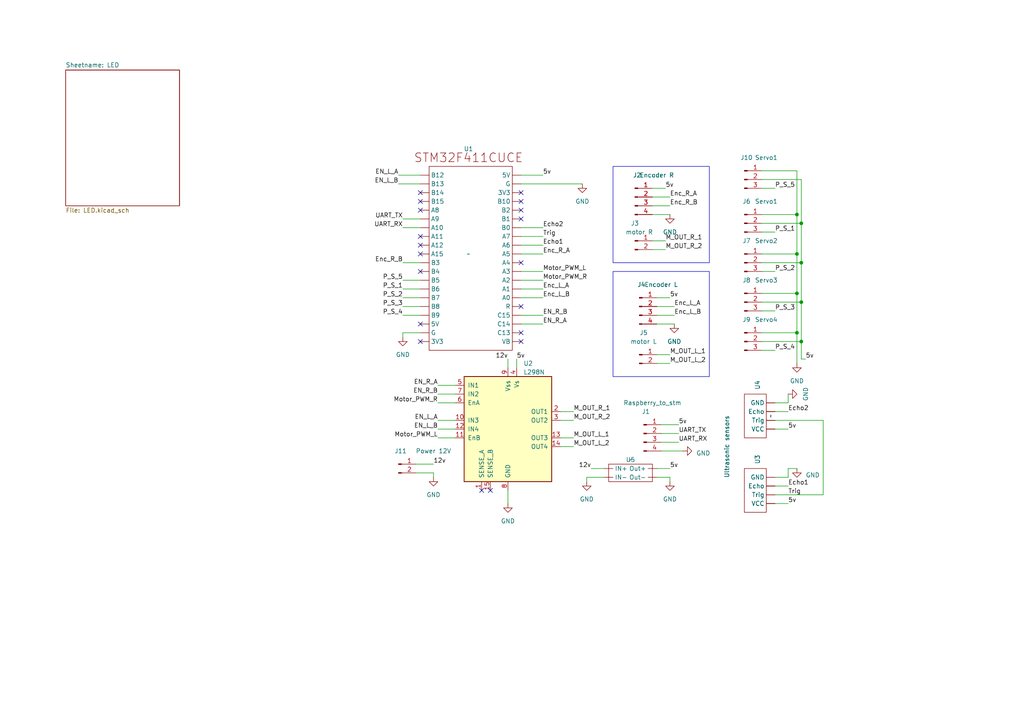
<source format=kicad_sch>
(kicad_sch (version 20230121) (generator eeschema)
  (paper "A4")
  (lib_symbols
    (symbol "Connector:Conn_01x02_Pin" (pin_names (offset 1.016) hide)
      (property "Reference" "J" (at 0 2.54 0))
      (property "Value" "Conn_01x02_Pin" (at 0 -5.08 0))
      (symbol "Conn_01x02_Pin_1_1"
        (polyline (pts (xy 1.27 -2.54) (xy 0.8636 -2.54)) (stroke (width 0.1524)))
        (polyline (pts (xy 1.27 0) (xy 0.8636 0)) (stroke (width 0.1524)))
        (rectangle (start 0.8636 -2.413) (end 0 -2.667) (stroke (width 0.1524)) (fill (type outline)))
        (rectangle (start 0.8636 0.127) (end 0 -0.127) (stroke (width 0.1524)) (fill (type outline)))
        (pin passive line (at 5.08 0 180) (length 3.81) (name "Pin_1") (number "1"))
        (pin passive line (at 5.08 -2.54 180) (length 3.81) (name "Pin_2") (number "2"))
      )
    )
    (symbol "Connector:Conn_01x03_Pin" (pin_names (offset 1.016) hide)
      (property "Reference" "J" (at 0 5.08 0))
      (property "Value" "Conn_01x03_Pin" (at 0 -5.08 0))
      (symbol "Conn_01x03_Pin_1_1"
        (polyline (pts (xy 1.27 -2.54) (xy 0.8636 -2.54)) (stroke (width 0.1524)))
        (polyline (pts (xy 1.27 0) (xy 0.8636 0)) (stroke (width 0.1524)))
        (polyline (pts (xy 1.27 2.54) (xy 0.8636 2.54)) (stroke (width 0.1524)))
        (rectangle (start 0.8636 -2.413) (end 0 -2.667) (stroke (width 0.1524)) (fill (type outline)))
        (rectangle (start 0.8636 0.127) (end 0 -0.127) (stroke (width 0.1524)) (fill (type outline)))
        (rectangle (start 0.8636 2.667) (end 0 2.413) (stroke (width 0.1524)) (fill (type outline)))
        (pin passive line (at 5.08 2.54 180) (length 3.81) (name "Pin_1") (number "1"))
        (pin passive line (at 5.08 0 180) (length 3.81) (name "Pin_2") (number "2"))
        (pin passive line (at 5.08 -2.54 180) (length 3.81) (name "Pin_3") (number "3"))
      )
    )
    (symbol "Connector:Conn_01x04_Pin" (pin_names (offset 1.016) hide)
      (property "Reference" "J" (at 0 5.08 0))
      (property "Value" "Conn_01x04_Pin" (at 0 -7.62 0))
      (symbol "Conn_01x04_Pin_1_1"
        (polyline (pts (xy 1.27 -5.08) (xy 0.8636 -5.08)) (stroke (width 0.1524)))
        (polyline (pts (xy 1.27 -2.54) (xy 0.8636 -2.54)) (stroke (width 0.1524)))
        (polyline (pts (xy 1.27 0) (xy 0.8636 0)) (stroke (width 0.1524)))
        (polyline (pts (xy 1.27 2.54) (xy 0.8636 2.54)) (stroke (width 0.1524)))
        (rectangle (start 0.8636 -4.953) (end 0 -5.207) (stroke (width 0.1524)) (fill (type outline)))
        (rectangle (start 0.8636 -2.413) (end 0 -2.667) (stroke (width 0.1524)) (fill (type outline)))
        (rectangle (start 0.8636 0.127) (end 0 -0.127) (stroke (width 0.1524)) (fill (type outline)))
        (rectangle (start 0.8636 2.667) (end 0 2.413) (stroke (width 0.1524)) (fill (type outline)))
        (pin passive line (at 5.08 2.54 180) (length 3.81) (name "Pin_1") (number "1"))
        (pin passive line (at 5.08 0 180) (length 3.81) (name "Pin_2") (number "2"))
        (pin passive line (at 5.08 -2.54 180) (length 3.81) (name "Pin_3") (number "3"))
        (pin passive line (at 5.08 -5.08 180) (length 3.81) (name "Pin_4") (number "4"))
      )
    )
    (symbol "Driver_Motor:L298N" (pin_names (offset 1.016))
      (property "Reference" "U" (at -10.16 16.51 0))
      (property "Value" "L298N" (at 12.7 16.51 0))
      (symbol "L298N_0_1"
        (rectangle (start -12.7 15.24) (end 12.7 -15.24) (stroke (width 0.254)) (fill (type background)))
      )
      (symbol "L298N_1_1"
        (pin power_in line (at -7.62 -17.78 90) (length 2.54) (name "SENSE_A") (number "1"))
        (pin input line (at -15.24 2.54 0) (length 2.54) (name "IN3") (number "10"))
        (pin input line (at -15.24 -2.54 0) (length 2.54) (name "EnB") (number "11"))
        (pin input line (at -15.24 0 0) (length 2.54) (name "IN4") (number "12"))
        (pin output line (at 15.24 -2.54 180) (length 2.54) (name "OUT3") (number "13"))
        (pin output line (at 15.24 -5.08 180) (length 2.54) (name "OUT4") (number "14"))
        (pin power_in line (at -5.08 -17.78 90) (length 2.54) (name "SENSE_B") (number "15"))
        (pin output line (at 15.24 5.08 180) (length 2.54) (name "OUT1") (number "2"))
        (pin output line (at 15.24 2.54 180) (length 2.54) (name "OUT2") (number "3"))
        (pin power_in line (at 2.54 17.78 270) (length 2.54) (name "Vs") (number "4"))
        (pin input line (at -15.24 12.7 0) (length 2.54) (name "IN1") (number "5"))
        (pin input line (at -15.24 7.62 0) (length 2.54) (name "EnA") (number "6"))
        (pin input line (at -15.24 10.16 0) (length 2.54) (name "IN2") (number "7"))
        (pin power_in line (at 0 -17.78 90) (length 2.54) (name "GND") (number "8"))
        (pin power_in line (at 0 17.78 270) (length 2.54) (name "Vss") (number "9"))
      )
    )
    (symbol "USERS:BLACK_PILL_MY"
      (property "Reference" "U" (at 0 31.75 0))
      (symbol "BLACK_PILL_MY_0_1"
        (rectangle (start -11.43 25.4) (end 12.7 -27.94))
      )
      (symbol "BLACK_PILL_MY_1_1"
        (text "STM32F411CUCE" (at 0 27.94 0) (effects (font (size 2.54 2.54))))
        (pin bidirectional line (at -13.97 -25.4 0) (length 2.54) (name "3V3") (number ""))
        (pin bidirectional line (at 15.24 17.78 180) (length 2.54) (name "3V3") (number ""))
        (pin bidirectional line (at -13.97 -20.32 0) (length 2.54) (name "5V") (number ""))
        (pin bidirectional line (at 15.24 22.86 180) (length 2.54) (name "5V") (number ""))
        (pin bidirectional line (at 15.24 -12.7 180) (length 2.54) (name "A0") (number ""))
        (pin bidirectional line (at 15.24 -10.16 180) (length 2.54) (name "A1") (number ""))
        (pin bidirectional line (at -13.97 7.62 0) (length 2.54) (name "A10") (number ""))
        (pin bidirectional line (at -13.97 5.08 0) (length 2.54) (name "A11") (number ""))
        (pin bidirectional line (at -13.97 2.54 0) (length 2.54) (name "A12") (number ""))
        (pin bidirectional line (at -13.97 0 0) (length 2.54) (name "A15") (number ""))
        (pin bidirectional line (at 15.24 -7.62 180) (length 2.54) (name "A2") (number ""))
        (pin bidirectional line (at 15.24 -5.08 180) (length 2.54) (name "A3") (number ""))
        (pin bidirectional line (at 15.24 -2.54 180) (length 2.54) (name "A4") (number ""))
        (pin bidirectional line (at 15.24 0 180) (length 2.54) (name "A5") (number ""))
        (pin bidirectional line (at 15.24 2.54 180) (length 2.54) (name "A6") (number ""))
        (pin bidirectional line (at 15.24 5.08 180) (length 2.54) (name "A7") (number ""))
        (pin bidirectional line (at -13.97 12.7 0) (length 2.54) (name "A8") (number ""))
        (pin bidirectional line (at -13.97 10.16 0) (length 2.54) (name "A9") (number ""))
        (pin bidirectional line (at 15.24 7.62 180) (length 2.54) (name "B0") (number ""))
        (pin bidirectional line (at 15.24 10.16 180) (length 2.54) (name "B1") (number ""))
        (pin bidirectional line (at 15.24 15.24 180) (length 2.54) (name "B10") (number ""))
        (pin bidirectional line (at -13.97 22.86 0) (length 2.54) (name "B12") (number ""))
        (pin bidirectional line (at -13.97 20.32 0) (length 2.54) (name "B13") (number ""))
        (pin bidirectional line (at -13.97 17.78 0) (length 2.54) (name "B14") (number ""))
        (pin bidirectional line (at -13.97 15.24 0) (length 2.54) (name "B15") (number ""))
        (pin bidirectional line (at 15.24 12.7 180) (length 2.54) (name "B2") (number ""))
        (pin bidirectional line (at -13.97 -2.54 0) (length 2.54) (name "B3") (number ""))
        (pin bidirectional line (at -13.97 -5.08 0) (length 2.54) (name "B4") (number ""))
        (pin bidirectional line (at -13.97 -7.62 0) (length 2.54) (name "B5") (number ""))
        (pin bidirectional line (at -13.97 -10.16 0) (length 2.54) (name "B6") (number ""))
        (pin bidirectional line (at -13.97 -12.7 0) (length 2.54) (name "B7") (number ""))
        (pin bidirectional line (at -13.97 -15.24 0) (length 2.54) (name "B8") (number ""))
        (pin bidirectional line (at -13.97 -17.78 0) (length 2.54) (name "B9") (number ""))
        (pin bidirectional line (at 15.24 -22.86 180) (length 2.54) (name "C13") (number ""))
        (pin bidirectional line (at 15.24 -20.32 180) (length 2.54) (name "C14") (number ""))
        (pin bidirectional line (at 15.24 -17.78 180) (length 2.54) (name "C15") (number ""))
        (pin bidirectional line (at -13.97 -22.86 0) (length 2.54) (name "G") (number ""))
        (pin bidirectional line (at 15.24 20.32 180) (length 2.54) (name "G") (number ""))
        (pin bidirectional line (at 15.24 -15.24 180) (length 2.54) (name "R") (number ""))
        (pin bidirectional line (at 15.24 -25.4 180) (length 2.54) (name "VB") (number ""))
      )
    )
    (symbol "USERS:HC-SR04"
      (property "Reference" "U" (at 0 8.89 0))
      (symbol "HC-SR04_0_1"
        (rectangle (start 6.35 1.27) (end -6.35 7.62))
      )
      (symbol "HC-SR04_1_1"
        (pin input line (at 1.27 -1.27 90) (length 2.54) (name "Echo") (number ""))
        (pin power_in line (at 3.81 -1.27 90) (length 2.54) (name "GND") (number ""))
        (pin input line (at -1.27 -1.27 90) (length 2.54) (name "Trig") (number ""))
        (pin input line (at -3.81 -1.27 90) (length 2.54) (name "VCC") (number ""))
      )
    )
    (symbol "USERS:LM2896"
      (property "Reference" "U" (at 0 0 0))
      (symbol "LM2896_0_1"
        (rectangle (start -6.35 -1.27) (end 6.35 -6.35))
      )
      (symbol "LM2896_1_1"
        (pin input line (at -7.62 -2.54 0) (length 2.54) (name "IN+") (number ""))
        (pin input line (at -7.62 -5.08 0) (length 2.54) (name "IN-") (number ""))
        (pin output line (at 7.62 -2.54 180) (length 2.54) (name "Out+") (number ""))
        (pin output line (at 7.62 -5.08 180) (length 2.54) (name "Out-") (number ""))
      )
    )
    (symbol "power:GND" (power) (pin_names (offset 0))
      (property "Value" "GND" (at 0 -3.81 0))
      (symbol "GND_0_1"
        (polyline (pts (xy 0 0) (xy 0 -1.27) (xy 1.27 -1.27) (xy 0 -2.54) (xy -1.27 -1.27) (xy 0 -1.27)))
      )
      (symbol "GND_1_1"
        (pin power_in line (at 0 0 270) (length 0) hide (name "GND") (number "1"))
      )
    )
  )
  (junction (at 231.14 85.09))
  (junction (at 232.41 99.06))
  (junction (at 231.14 96.52))
  (junction (at 232.41 87.63))
  (junction (at 231.14 62.23))
  (junction (at 231.14 73.66))
  (junction (at 232.41 64.77))
  (junction (at 232.41 76.2))
  (no_connect (at 151.13 55.88))
  (no_connect (at 121.92 99.06))
  (no_connect (at 142.24 142.24))
  (no_connect (at 121.92 58.42))
  (no_connect (at 151.13 63.5))
  (no_connect (at 151.13 88.9))
  (no_connect (at 139.7 142.24))
  (no_connect (at 121.92 93.98))
  (no_connect (at 151.13 99.06))
  (no_connect (at 121.92 60.96))
  (no_connect (at 151.13 60.96))
  (no_connect (at 121.92 71.12))
  (no_connect (at 151.13 96.52))
  (no_connect (at 121.92 78.74))
  (no_connect (at 121.92 73.66))
  (no_connect (at 151.13 58.42))
  (no_connect (at 121.92 68.58))
  (no_connect (at 151.13 76.2))
  (no_connect (at 121.92 55.88))
  (wire (pts (xy 220.98 85.09) (xy 231.14 85.09)))
  (wire (pts (xy 127 116.84) (xy 132.08 116.84)))
  (wire (pts (xy 189.23 72.39) (xy 193.04 72.39)))
  (wire (pts (xy 189.23 54.61) (xy 193.04 54.61)))
  (wire (pts (xy 115.57 50.8) (xy 121.92 50.8)))
  (wire (pts (xy 120.65 134.62) (xy 125.73 134.62)))
  (wire (pts (xy 147.32 104.14) (xy 147.32 106.68)))
  (wire (pts (xy 231.14 96.52) (xy 231.14 105.41)))
  (wire (pts (xy 231.14 85.09) (xy 231.14 96.52)))
  (wire (pts (xy 171.45 135.89) (xy 175.26 135.89)))
  (wire (pts (xy 190.5 86.36) (xy 194.31 86.36)))
  (wire (pts (xy 220.98 54.61) (xy 224.79 54.61)))
  (wire (pts (xy 162.56 119.38) (xy 166.37 119.38)))
  (wire (pts (xy 189.23 57.15) (xy 194.31 57.15)))
  (wire (pts (xy 220.98 64.77) (xy 232.41 64.77)))
  (wire (pts (xy 220.98 52.07) (xy 232.41 52.07)))
  (wire (pts (xy 194.31 138.43) (xy 194.31 139.7)))
  (wire (pts (xy 232.41 64.77) (xy 232.41 76.2)))
  (wire (pts (xy 120.65 137.16) (xy 125.73 137.16)))
  (wire (pts (xy 116.84 76.2) (xy 121.92 76.2)))
  (wire (pts (xy 224.79 116.84) (xy 228.6 116.84)))
  (wire (pts (xy 116.84 96.52) (xy 121.92 96.52)))
  (wire (pts (xy 116.84 83.82) (xy 121.92 83.82)))
  (wire (pts (xy 220.98 73.66) (xy 231.14 73.66)))
  (wire (pts (xy 151.13 50.8) (xy 157.48 50.8)))
  (wire (pts (xy 190.5 93.98) (xy 195.58 93.98)))
  (wire (pts (xy 116.84 81.28) (xy 121.92 81.28)))
  (wire (pts (xy 190.5 138.43) (xy 194.31 138.43)))
  (wire (pts (xy 151.13 66.04) (xy 157.48 66.04)))
  (wire (pts (xy 233.68 104.14) (xy 232.41 104.14)))
  (wire (pts (xy 127 127) (xy 132.08 127)))
  (wire (pts (xy 190.5 135.89) (xy 194.31 135.89)))
  (wire (pts (xy 151.13 53.34) (xy 168.91 53.34)))
  (wire (pts (xy 151.13 86.36) (xy 157.48 86.36)))
  (wire (pts (xy 147.32 142.24) (xy 147.32 146.05)))
  (wire (pts (xy 224.79 146.05) (xy 228.6 146.05)))
  (wire (pts (xy 224.79 140.97) (xy 228.6 140.97)))
  (wire (pts (xy 238.76 121.92) (xy 238.76 143.51)))
  (wire (pts (xy 220.98 62.23) (xy 231.14 62.23)))
  (wire (pts (xy 151.13 91.44) (xy 157.48 91.44)))
  (wire (pts (xy 170.18 138.43) (xy 175.26 138.43)))
  (wire (pts (xy 189.23 62.23) (xy 194.31 62.23)))
  (wire (pts (xy 151.13 81.28) (xy 157.48 81.28)))
  (wire (pts (xy 191.77 128.27) (xy 196.85 128.27)))
  (wire (pts (xy 189.23 59.69) (xy 194.31 59.69)))
  (wire (pts (xy 116.84 97.79) (xy 116.84 96.52)))
  (wire (pts (xy 162.56 121.92) (xy 166.37 121.92)))
  (wire (pts (xy 232.41 76.2) (xy 232.41 87.63)))
  (wire (pts (xy 151.13 78.74) (xy 157.48 78.74)))
  (wire (pts (xy 224.79 119.38) (xy 228.6 119.38)))
  (wire (pts (xy 231.14 49.53) (xy 231.14 62.23)))
  (wire (pts (xy 162.56 127) (xy 166.37 127)))
  (wire (pts (xy 231.14 62.23) (xy 231.14 73.66)))
  (wire (pts (xy 151.13 83.82) (xy 157.48 83.82)))
  (wire (pts (xy 162.56 129.54) (xy 166.37 129.54)))
  (wire (pts (xy 190.5 88.9) (xy 195.58 88.9)))
  (wire (pts (xy 127 124.46) (xy 132.08 124.46)))
  (wire (pts (xy 224.79 121.92) (xy 238.76 121.92)))
  (wire (pts (xy 190.5 102.87) (xy 194.31 102.87)))
  (wire (pts (xy 125.73 137.16) (xy 125.73 138.43)))
  (wire (pts (xy 220.98 76.2) (xy 232.41 76.2)))
  (wire (pts (xy 127 121.92) (xy 132.08 121.92)))
  (wire (pts (xy 190.5 91.44) (xy 195.58 91.44)))
  (wire (pts (xy 220.98 49.53) (xy 231.14 49.53)))
  (wire (pts (xy 151.13 73.66) (xy 157.48 73.66)))
  (wire (pts (xy 151.13 93.98) (xy 157.48 93.98)))
  (wire (pts (xy 228.6 138.43) (xy 224.79 138.43)))
  (wire (pts (xy 228.6 135.89) (xy 231.14 135.89)))
  (wire (pts (xy 220.98 90.17) (xy 224.79 90.17)))
  (wire (pts (xy 224.79 124.46) (xy 228.6 124.46)))
  (wire (pts (xy 232.41 99.06) (xy 232.41 104.14)))
  (wire (pts (xy 149.86 104.14) (xy 149.86 106.68)))
  (wire (pts (xy 220.98 78.74) (xy 224.79 78.74)))
  (wire (pts (xy 231.14 96.52) (xy 220.98 96.52)))
  (wire (pts (xy 151.13 71.12) (xy 157.48 71.12)))
  (wire (pts (xy 232.41 87.63) (xy 232.41 99.06)))
  (wire (pts (xy 232.41 52.07) (xy 232.41 64.77)))
  (wire (pts (xy 220.98 87.63) (xy 232.41 87.63)))
  (wire (pts (xy 191.77 123.19) (xy 196.85 123.19)))
  (wire (pts (xy 116.84 63.5) (xy 121.92 63.5)))
  (wire (pts (xy 220.98 101.6) (xy 224.79 101.6)))
  (wire (pts (xy 228.6 135.89) (xy 228.6 138.43)))
  (wire (pts (xy 189.23 69.85) (xy 193.04 69.85)))
  (wire (pts (xy 190.5 105.41) (xy 194.31 105.41)))
  (wire (pts (xy 127 111.76) (xy 132.08 111.76)))
  (wire (pts (xy 151.13 68.58) (xy 157.48 68.58)))
  (wire (pts (xy 191.77 130.81) (xy 198.12 130.81)))
  (wire (pts (xy 228.6 116.84) (xy 228.6 114.3)))
  (wire (pts (xy 220.98 67.31) (xy 224.79 67.31)))
  (wire (pts (xy 116.84 66.04) (xy 121.92 66.04)))
  (wire (pts (xy 116.84 86.36) (xy 121.92 86.36)))
  (wire (pts (xy 191.77 125.73) (xy 196.85 125.73)))
  (wire (pts (xy 232.41 99.06) (xy 220.98 99.06)))
  (wire (pts (xy 170.18 139.7) (xy 170.18 138.43)))
  (wire (pts (xy 231.14 73.66) (xy 231.14 85.09)))
  (wire (pts (xy 116.84 91.44) (xy 121.92 91.44)))
  (wire (pts (xy 224.79 143.51) (xy 238.76 143.51)))
  (wire (pts (xy 127 114.3) (xy 132.08 114.3)))
  (wire (pts (xy 115.57 53.34) (xy 121.92 53.34)))
  (wire (pts (xy 116.84 88.9) (xy 121.92 88.9)))
  (rectangle (start 177.8 78.74) (end 205.74 109.22))
  (rectangle (start 177.8 48.26) (end 205.74 76.2))
  (label "P_S_2" (at 224.79 78.74 0))
  (label "M_OUT_L_2" (at 194.31 105.41 0))
  (label "12v" (at 147.32 104.14 180))
  (label "Enc_L_B" (at 157.48 86.36 0))
  (label "P_S_2" (at 116.84 86.36 180))
  (label "EN_L_B" (at 115.57 53.34 180))
  (label "Enc_R_B" (at 194.31 59.69 0))
  (label "P_S_4" (at 224.79 101.6 0))
  (label "12v" (at 171.45 135.89 180))
  (label "5v" (at 194.31 135.89 0))
  (label "P_S_1" (at 116.84 83.82 180))
  (label "Echo1" (at 157.48 71.12 0))
  (label "EN_L_A" (at 127 121.92 180))
  (label "Motor_PWM_R" (at 127 116.84 180))
  (label "Trig" (at 157.48 68.58 0))
  (label "5v" (at 233.68 104.14 0))
  (label "P_S_3" (at 116.84 88.9 180))
  (label "Motor_PWM_L" (at 127 127 180))
  (label "Enc_L_A" (at 157.48 83.82 0))
  (label "Echo2" (at 157.48 66.04 0))
  (label "5v" (at 193.04 54.61 0))
  (label "Echo1" (at 228.6 140.97 0))
  (label "M_OUT_L_2" (at 166.37 129.54 0))
  (label "UART_TX" (at 116.84 63.5 180))
  (label "Enc_R_A" (at 194.31 57.15 0))
  (label "M_OUT_R_2" (at 166.37 121.92 0))
  (label "5v" (at 149.86 104.14 0))
  (label "5v" (at 157.48 50.8 0))
  (label "EN_R_A" (at 157.48 93.98 0))
  (label "Motor_PWM_L" (at 157.48 78.74 0))
  (label "P_S_4" (at 116.84 91.44 180))
  (label "M_OUT_R_1" (at 166.37 119.38 0))
  (label "Echo2" (at 228.6 119.38 0))
  (label "P_S_3" (at 224.79 90.17 0))
  (label "P_S_5" (at 116.84 81.28 180))
  (label "5v" (at 196.85 123.19 0))
  (label "5v" (at 194.31 86.36 0))
  (label "UART_RX" (at 116.84 66.04 180))
  (label "P_S_1" (at 224.79 67.31 0))
  (label "UART_RX" (at 196.85 128.27 0))
  (label "M_OUT_R_1" (at 193.04 69.85 0))
  (label "Enc_R_B" (at 116.84 76.2 180))
  (label "12v" (at 125.73 134.62 0))
  (label "Enc_L_B" (at 195.58 91.44 0))
  (label "Trig" (at 228.6 143.51 0))
  (label "EN_R_A" (at 127 111.76 180))
  (label "EN_R_B" (at 127 114.3 180))
  (label "EN_R_B" (at 157.48 91.44 0))
  (label "Motor_PWM_R" (at 157.48 81.28 0))
  (label "EN_L_A" (at 115.57 50.8 180))
  (label "M_OUT_L_1" (at 166.37 127 0))
  (label "M_OUT_L_1" (at 194.31 102.87 0))
  (label "EN_L_B" (at 127 124.46 180))
  (label "P_S_5" (at 224.79 54.61 0))
  (label "UART_TX" (at 196.85 125.73 0))
  (label "Enc_R_A" (at 157.48 73.66 0))
  (label "M_OUT_R_2" (at 193.04 72.39 0))
  (label "5v" (at 228.6 124.46 0))
  (label "5v" (at 228.6 146.05 0))
  (label "Enc_L_A" (at 195.58 88.9 0))
  (symbol (lib_id "USERS:BLACK_PILL_MY") (at 135.89 73.66 0) (unit 1)
    (property "Reference" "U1" (at 135.89 43.18 0))
    (property "Value" "~" (at 135.89 73.66 0))
    (property "Footprint" "BlackPill:YAAJ_BlackPill_2" (effects hide))
  )
  (symbol (lib_id "Connector:Conn_01x03_Pin") (at 215.9 76.2 0) (unit 1)
    (property "Reference" "J7" (at 216.535 69.85 0))
    (property "Value" "Servo2" (at 222.25 69.85 0))
    (property "Footprint" "Connector_PinSocket_2.54mm:PinSocket_1x03_P2.54mm_Vertical" (effects hide))
  )
  (symbol (lib_id "Connector:Conn_01x02_Pin") (at 185.42 102.87 0) (unit 1)
    (property "Reference" "J5" (at 186.69 96.52 0))
    (property "Value" "motor L" (at 186.69 99.06 0))
    (property "Footprint" "Connector_JST:JST_VH_B2P3-VH_1x02_P7.92mm_Vertical" (effects hide))
  )
  (symbol (lib_id "power:GND") (at 168.91 53.34 0) (unit 1)
    (property "Reference" "#PWR09" (effects hide))
    (property "Value" "GND" (at 168.91 58.42 0))
  )
  (symbol (lib_id "power:GND") (at 125.73 138.43 0) (unit 1)
    (property "Reference" "#PWR010" (effects hide))
    (property "Value" "GND" (at 125.73 143.51 0))
  )
  (symbol (lib_id "power:GND") (at 170.18 139.7 0) (unit 1)
    (property "Reference" "#PWR011" (effects hide))
    (property "Value" "GND" (at 170.18 144.78 0))
  )
  (symbol (lib_id "Connector:Conn_01x04_Pin") (at 186.69 125.73 0) (unit 1)
    (property "Reference" "J1" (at 187.325 119.38 0))
    (property "Value" "Raspberry_to_stm" (at 189.23 116.84 0))
    (property "Footprint" "Connector_PinSocket_2.54mm:PinSocket_1x04_P2.54mm_Vertical" (effects hide))
  )
  (symbol (lib_id "USERS:HC-SR04") (at 223.52 142.24 90) (unit 1)
    (property "Reference" "U3" (at 219.71 134.62 0) (effects (justify left)))
    (property "Value" "Ultrasonic sensors" (at 210.82 129.54 0))
    (property "Footprint" "Connector_PinSocket_2.54mm:PinSocket_1x04_P2.54mm_Vertical" (effects hide))
  )
  (symbol (lib_id "Driver_Motor:L298N") (at 147.32 124.46 0) (unit 1)
    (property "Reference" "U2" (at 151.8159 105.41 0) (effects (justify left)))
    (property "Value" "L298N" (at 151.8159 107.95 0) (effects (justify left)))
    (property "Footprint" "User_Library:L298_Module" (effects hide))
    (property "Datasheet" "http://www.st.com/st-web-ui/static/active/en/resource/technical/document/datasheet/CD00000240.pdf" (effects hide))
  )
  (symbol (lib_id "power:GND") (at 194.31 139.7 0) (unit 1)
    (property "Reference" "#PWR012" (effects hide))
    (property "Value" "GND" (at 194.31 144.78 0))
  )
  (symbol (lib_id "Connector:Conn_01x03_Pin") (at 215.9 52.07 0) (unit 1)
    (property "Reference" "J10" (at 216.535 45.72 0))
    (property "Value" "Servo1" (at 222.25 45.72 0))
    (property "Footprint" "Connector_PinSocket_2.54mm:PinSocket_1x03_P2.54mm_Vertical" (effects hide))
  )
  (symbol (lib_id "power:GND") (at 231.14 105.41 0) (unit 1)
    (property "Reference" "#PWR05" (effects hide))
    (property "Value" "GND" (at 231.14 110.49 0))
  )
  (symbol (lib_id "Connector:Conn_01x03_Pin") (at 215.9 87.63 0) (unit 1)
    (property "Reference" "J8" (at 216.535 81.28 0))
    (property "Value" "Servo3" (at 222.25 81.28 0))
    (property "Footprint" "Connector_PinSocket_2.54mm:PinSocket_1x03_P2.54mm_Vertical" (effects hide))
  )
  (symbol (lib_id "Connector:Conn_01x02_Pin") (at 184.15 69.85 0) (unit 1)
    (property "Reference" "J3" (at 184.15 64.77 0))
    (property "Value" "motor R" (at 185.42 67.31 0))
    (property "Footprint" "Connector_JST:JST_VH_B2P3-VH_1x02_P7.92mm_Vertical" (effects hide))
  )
  (symbol (lib_id "power:GND") (at 194.31 62.23 0) (unit 1)
    (property "Reference" "#PWR01" (effects hide))
    (property "Value" "GND" (at 194.31 67.31 0))
  )
  (symbol (lib_id "Connector:Conn_01x04_Pin") (at 184.15 57.15 0) (unit 1)
    (property "Reference" "J2" (at 184.785 50.8 0))
    (property "Value" "Encoder R" (at 190.5 50.8 0))
    (property "Footprint" "Connector_PinSocket_2.54mm:PinSocket_1x04_P2.54mm_Vertical" (effects hide))
  )
  (symbol (lib_id "power:GND") (at 195.58 93.98 0) (unit 1)
    (property "Reference" "#PWR02" (effects hide))
    (property "Value" "GND" (at 195.58 99.06 0))
  )
  (symbol (lib_id "power:GND") (at 147.32 146.05 0) (unit 1)
    (property "Reference" "#PWR07" (effects hide))
    (property "Value" "GND" (at 147.32 151.13 0))
  )
  (symbol (lib_id "power:GND") (at 198.12 130.81 90) (unit 1)
    (property "Reference" "#PWR06" (effects hide))
    (property "Value" "GND" (at 201.93 131.445 90) (effects (justify right)))
  )
  (symbol (lib_id "Connector:Conn_01x02_Pin") (at 115.57 134.62 0) (unit 1)
    (property "Reference" "J11" (at 116.205 130.81 0))
    (property "Value" "Power 12V" (at 125.73 130.81 0))
    (property "Footprint" "Connector_PinSocket_2.54mm:PinSocket_1x02_P2.54mm_Vertical" (effects hide))
  )
  (symbol (lib_id "power:GND") (at 228.6 114.3 90) (unit 1)
    (property "Reference" "#PWR04" (effects hide))
    (property "Value" "GND" (at 233.68 114.3 0))
  )
  (symbol (lib_id "Connector:Conn_01x03_Pin") (at 215.9 99.06 0) (unit 1)
    (property "Reference" "J9" (at 216.535 92.71 0))
    (property "Value" "Servo4" (at 222.25 92.71 0))
    (property "Footprint" "Connector_PinSocket_2.54mm:PinSocket_1x03_P2.54mm_Vertical" (effects hide))
  )
  (symbol (lib_id "USERS:HC-SR04") (at 223.52 120.65 90) (unit 1)
    (property "Reference" "U4" (at 219.71 113.03 0) (effects (justify left)))
    (property "Value" "~" (at 223.52 120.65 0))
    (property "Footprint" "Connector_PinSocket_2.54mm:PinSocket_1x04_P2.54mm_Vertical" (effects hide))
  )
  (symbol (lib_id "power:GND") (at 116.84 97.79 0) (unit 1)
    (property "Reference" "#PWR08" (effects hide))
    (property "Value" "GND" (at 116.84 102.87 0))
  )
  (symbol (lib_id "Connector:Conn_01x04_Pin") (at 185.42 88.9 0) (unit 1)
    (property "Reference" "J4" (at 186.055 82.55 0))
    (property "Value" "Encoder L" (at 191.77 82.55 0))
    (property "Footprint" "Connector_PinSocket_2.54mm:PinSocket_1x04_P2.54mm_Vertical" (effects hide))
  )
  (symbol (lib_id "Connector:Conn_01x03_Pin") (at 215.9 64.77 0) (unit 1)
    (property "Reference" "J6" (at 216.535 58.42 0))
    (property "Value" "Servo1" (at 222.25 58.42 0))
    (property "Footprint" "Connector_PinSocket_2.54mm:PinSocket_1x03_P2.54mm_Vertical" (effects hide))
  )
  (symbol (lib_id "power:GND") (at 231.14 135.89 0) (unit 1)
    (property "Reference" "#PWR03" (effects hide))
    (property "Value" "GND" (at 233.68 137.795 0) (effects (justify left)))
  )
  (symbol (lib_id "USERS:LM2896") (at 182.88 133.35 0) (unit 1)
    (property "Reference" "U5" (at 182.88 133.35 0))
    (property "Value" "~" (at 182.88 133.35 0))
    (property "Footprint" "User_Library:UBEC_POWER" (effects hide))
  )
  (sheet (at 19.05 20.32) (size 33.02 39.37) (stroke (width 0.1524))
    (property "Sheetname" "LED" (at 19.05 19.6084 0) (show_name) (effects (justify left bottom)))
    (property "Sheetfile" "LED.kicad_sch" (at 19.05 60.2746 0) (effects (justify left top)))
  )
)
</source>
